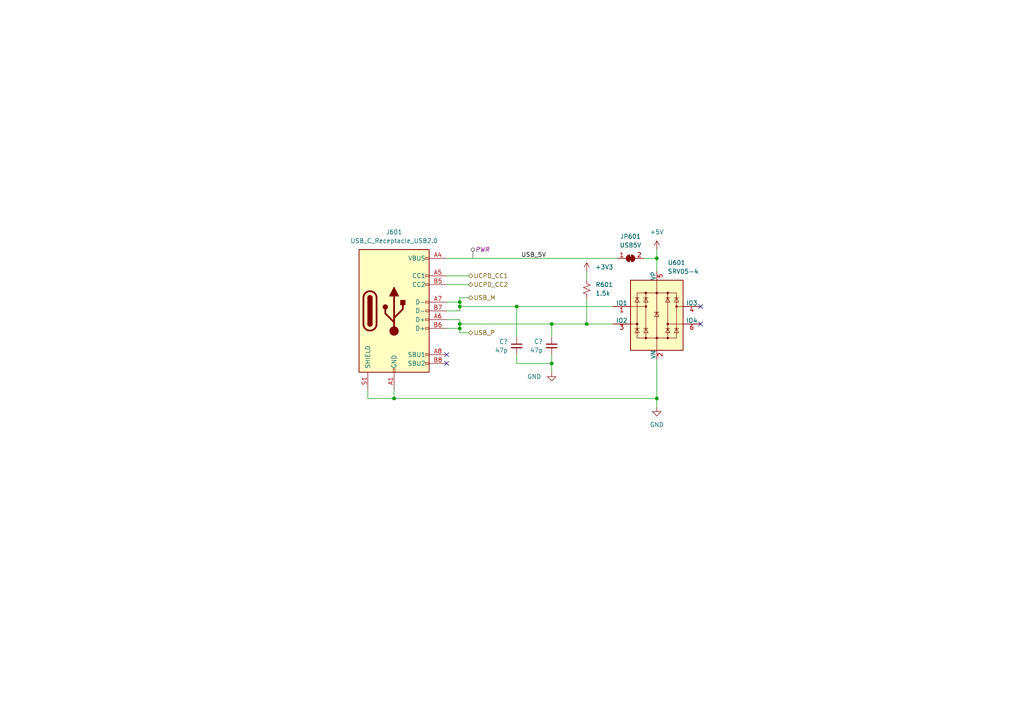
<source format=kicad_sch>
(kicad_sch (version 20230121) (generator eeschema)
  (paper "A4")
  (title_block (title "USB & ESD") (date "2023-06-17") (rev "1.0") (company "matei repair lab"))
  (lib_symbols
    (symbol "Connector:USB_C_Receptacle_USB2.0" (pin_names (offset 1.016))
      (property "Reference" "J" (at -10.16 19.05 0))
      (property "Value" "USB_C_Receptacle_USB2.0" (at 19.05 19.05 0))
      (symbol "USB_C_Receptacle_USB2.0_0_0"
        (rectangle (start -0.254 -17.78) (end 0.254 -16.764))
        (rectangle (start 10.16 -14.986) (end 9.144 -15.494))
        (rectangle (start 10.16 -12.446) (end 9.144 -12.954))
        (rectangle (start 10.16 -4.826) (end 9.144 -5.334))
        (rectangle (start 10.16 -2.286) (end 9.144 -2.794))
        (rectangle (start 10.16 0.254) (end 9.144 -0.254))
        (rectangle (start 10.16 2.794) (end 9.144 2.286))
        (rectangle (start 10.16 7.874) (end 9.144 7.366))
        (rectangle (start 10.16 10.414) (end 9.144 9.906))
        (rectangle (start 10.16 15.494) (end 9.144 14.986))
      )
      (symbol "USB_C_Receptacle_USB2.0_0_1"
        (rectangle (start -10.16 17.78) (end 10.16 -17.78) (stroke (width 0.254)) (fill (type background)))
        (arc (start -8.89 -3.81) (mid -6.985 -5.7067) (end -5.08 -3.81) (stroke (width 0.508)))
        (arc (start -7.62 -3.81) (mid -6.985 -4.4423) (end -6.35 -3.81) (stroke (width 0.254)))
        (arc (start -7.62 -3.81) (mid -6.985 -4.4423) (end -6.35 -3.81) (stroke (width 0.254)) (fill (type outline)))
        (rectangle (start -7.62 -3.81) (end -6.35 3.81) (stroke (width 0.254)) (fill (type outline)))
        (arc (start -6.35 3.81) (mid -6.985 4.4423) (end -7.62 3.81) (stroke (width 0.254)))
        (arc (start -6.35 3.81) (mid -6.985 4.4423) (end -7.62 3.81) (stroke (width 0.254)) (fill (type outline)))
        (arc (start -5.08 3.81) (mid -6.985 5.7067) (end -8.89 3.81) (stroke (width 0.508)))
        (circle (center -2.54 1.143) (radius 0.635) (stroke (width 0.254)) (fill (type outline)))
        (circle (center 0 -5.842) (radius 1.27) (fill (type outline)))
        (polyline (pts (xy -8.89 -3.81) (xy -8.89 3.81)) (stroke (width 0.508)))
        (polyline (pts (xy -5.08 3.81) (xy -5.08 -3.81)) (stroke (width 0.508)))
        (polyline (pts (xy 0 -5.842) (xy 0 4.318)) (stroke (width 0.508)))
        (polyline (pts (xy 0 -3.302) (xy -2.54 -0.762) (xy -2.54 0.508)) (stroke (width 0.508)))
        (polyline (pts (xy 0 -2.032) (xy 2.54 0.508) (xy 2.54 1.778)) (stroke (width 0.508)))
        (polyline (pts (xy -1.27 4.318) (xy 0 6.858) (xy 1.27 4.318) (xy -1.27 4.318)) (stroke (width 0.254)) (fill (type outline)))
        (rectangle (start 1.905 1.778) (end 3.175 3.048) (stroke (width 0.254)) (fill (type outline)))
      )
      (symbol "USB_C_Receptacle_USB2.0_1_1"
        (pin passive line (at 0 -22.86 90) (length 5.08) (name "GND") (number "A1"))
        (pin passive line (at 0 -22.86 90) (length 5.08) hide (name "GND") (number "A12"))
        (pin passive line (at 15.24 15.24 180) (length 5.08) (name "VBUS") (number "A4"))
        (pin bidirectional line (at 15.24 10.16 180) (length 5.08) (name "CC1") (number "A5"))
        (pin bidirectional line (at 15.24 -2.54 180) (length 5.08) (name "D+") (number "A6"))
        (pin bidirectional line (at 15.24 2.54 180) (length 5.08) (name "D-") (number "A7"))
        (pin bidirectional line (at 15.24 -12.7 180) (length 5.08) (name "SBU1") (number "A8"))
        (pin passive line (at 15.24 15.24 180) (length 5.08) hide (name "VBUS") (number "A9"))
        (pin passive line (at 0 -22.86 90) (length 5.08) hide (name "GND") (number "B1"))
        (pin passive line (at 0 -22.86 90) (length 5.08) hide (name "GND") (number "B12"))
        (pin passive line (at 15.24 15.24 180) (length 5.08) hide (name "VBUS") (number "B4"))
        (pin bidirectional line (at 15.24 7.62 180) (length 5.08) (name "CC2") (number "B5"))
        (pin bidirectional line (at 15.24 -5.08 180) (length 5.08) (name "D+") (number "B6"))
        (pin bidirectional line (at 15.24 0 180) (length 5.08) (name "D-") (number "B7"))
        (pin bidirectional line (at 15.24 -15.24 180) (length 5.08) (name "SBU2") (number "B8"))
        (pin passive line (at 15.24 15.24 180) (length 5.08) hide (name "VBUS") (number "B9"))
        (pin passive line (at -7.62 -22.86 90) (length 5.08) (name "SHIELD") (number "S1"))
      )
    )
    (symbol "Device:C_Small" (pin_numbers hide) (pin_names (offset 0.254) hide)
      (property "Reference" "C" (at 0.254 1.778 0))
      (property "Value" "C_Small" (at 0.254 -2.032 0))
      (symbol "C_Small_0_1"
        (polyline (pts (xy -1.524 -0.508) (xy 1.524 -0.508)) (stroke (width 0.3302)))
        (polyline (pts (xy -1.524 0.508) (xy 1.524 0.508)) (stroke (width 0.3048)))
      )
      (symbol "C_Small_1_1"
        (pin passive line (at 0 2.54 270) (length 2.032) (name "~") (number "1"))
        (pin passive line (at 0 -2.54 90) (length 2.032) (name "~") (number "2"))
      )
    )
    (symbol "Device:R_Small_US" (pin_numbers hide) (pin_names (offset 0.254) hide)
      (property "Reference" "R" (at 0.762 0.508 0))
      (property "Value" "R_Small_US" (at 0.762 -1.016 0))
      (symbol "R_Small_US_1_1"
        (polyline (pts (xy 0 0) (xy 1.016 -0.381) (xy 0 -0.762) (xy -1.016 -1.143) (xy 0 -1.524)))
        (polyline (pts (xy 0 1.524) (xy 1.016 1.143) (xy 0 0.762) (xy -1.016 0.381) (xy 0 0)))
        (pin passive line (at 0 2.54 270) (length 1.016) (name "~") (number "1"))
        (pin passive line (at 0 -2.54 90) (length 1.016) (name "~") (number "2"))
      )
    )
    (symbol "Jumper:SolderJumper_2_Bridged" (pin_names (offset 0) hide)
      (property "Reference" "JP" (at 0 2.032 0))
      (property "Value" "SolderJumper_2_Bridged" (at 0 -2.54 0))
      (symbol "SolderJumper_2_Bridged_0_1"
        (rectangle (start -0.508 0.508) (end 0.508 -0.508) (fill (type outline)))
        (arc (start -0.254 1.016) (mid -1.2656 0) (end -0.254 -1.016))
        (arc (start -0.254 1.016) (mid -1.2656 0) (end -0.254 -1.016) (fill (type outline)))
        (polyline (pts (xy -0.254 1.016) (xy -0.254 -1.016)))
        (polyline (pts (xy 0.254 1.016) (xy 0.254 -1.016)))
        (arc (start 0.254 -1.016) (mid 1.2656 0) (end 0.254 1.016))
        (arc (start 0.254 -1.016) (mid 1.2656 0) (end 0.254 1.016) (fill (type outline)))
      )
      (symbol "SolderJumper_2_Bridged_1_1"
        (pin passive line (at -3.81 0 0) (length 2.54) (name "A") (number "1"))
        (pin passive line (at 3.81 0 180) (length 2.54) (name "B") (number "2"))
      )
    )
    (symbol "Power_Protection:SRV05-4" (pin_names (offset 0))
      (property "Reference" "U" (at -5.08 11.43 0))
      (property "Value" "SRV05-4" (at 2.54 11.43 0))
      (symbol "SRV05-4_0_0"
        (rectangle (start -5.715 6.477) (end 5.715 -6.604))
        (polyline (pts (xy -3.175 -6.604) (xy -3.175 6.477)))
        (polyline (pts (xy 3.175 6.477) (xy 3.175 -6.604)))
      )
      (symbol "SRV05-4_0_1"
        (rectangle (start -7.62 10.16) (end 7.62 -10.16) (stroke (width 0.254)) (fill (type background)))
        (circle (center -5.715 -2.54) (radius 0.2794) (fill (type outline)))
        (circle (center -3.175 -6.604) (radius 0.2794) (fill (type outline)))
        (circle (center -3.175 2.54) (radius 0.2794) (fill (type outline)))
        (circle (center -3.175 6.477) (radius 0.2794) (fill (type outline)))
        (circle (center 0 -6.604) (radius 0.2794) (fill (type outline)))
        (polyline (pts (xy -7.747 2.54) (xy -3.175 2.54)))
        (polyline (pts (xy -7.62 -2.54) (xy -5.715 -2.54)))
        (polyline (pts (xy -5.08 -3.81) (xy -6.35 -3.81)))
        (polyline (pts (xy -5.08 5.08) (xy -6.35 5.08)))
        (polyline (pts (xy -2.54 -3.81) (xy -3.81 -3.81)))
        (polyline (pts (xy -2.54 5.08) (xy -3.81 5.08)))
        (polyline (pts (xy 0 10.16) (xy 0 -10.16)))
        (polyline (pts (xy 3.81 -3.81) (xy 2.54 -3.81)))
        (polyline (pts (xy 3.81 5.08) (xy 2.54 5.08)))
        (polyline (pts (xy 6.35 -3.81) (xy 5.08 -3.81)))
        (polyline (pts (xy 6.35 5.08) (xy 5.08 5.08)))
        (polyline (pts (xy 7.62 -2.54) (xy 3.175 -2.54)))
        (polyline (pts (xy 7.62 2.54) (xy 5.715 2.54)))
        (polyline (pts (xy 0.635 0.889) (xy -0.635 0.889) (xy -0.635 0.635)))
        (polyline (pts (xy -5.08 -5.08) (xy -6.35 -5.08) (xy -5.715 -3.81) (xy -5.08 -5.08)))
        (polyline (pts (xy -5.08 3.81) (xy -6.35 3.81) (xy -5.715 5.08) (xy -5.08 3.81)))
        (polyline (pts (xy -2.54 -5.08) (xy -3.81 -5.08) (xy -3.175 -3.81) (xy -2.54 -5.08)))
        (polyline (pts (xy -2.54 3.81) (xy -3.81 3.81) (xy -3.175 5.08) (xy -2.54 3.81)))
        (polyline (pts (xy 0.635 -0.381) (xy -0.635 -0.381) (xy 0 0.889) (xy 0.635 -0.381)))
        (polyline (pts (xy 3.81 -5.08) (xy 2.54 -5.08) (xy 3.175 -3.81) (xy 3.81 -5.08)))
        (polyline (pts (xy 3.81 3.81) (xy 2.54 3.81) (xy 3.175 5.08) (xy 3.81 3.81)))
        (polyline (pts (xy 6.35 -5.08) (xy 5.08 -5.08) (xy 5.715 -3.81) (xy 6.35 -5.08)))
        (polyline (pts (xy 6.35 3.81) (xy 5.08 3.81) (xy 5.715 5.08) (xy 6.35 3.81)))
        (circle (center 0 6.477) (radius 0.2794) (fill (type outline)))
        (circle (center 3.175 -6.604) (radius 0.2794) (fill (type outline)))
        (circle (center 3.175 -2.54) (radius 0.2794) (fill (type outline)))
        (circle (center 3.175 6.477) (radius 0.2794) (fill (type outline)))
        (circle (center 5.715 2.54) (radius 0.2794) (fill (type outline)))
      )
      (symbol "SRV05-4_1_1"
        (pin passive line (at -12.7 2.54 0) (length 5.08) (name "IO1") (number "1"))
        (pin passive line (at 0 -12.7 90) (length 2.54) (name "VN") (number "2"))
        (pin passive line (at -12.7 -2.54 0) (length 5.08) (name "IO2") (number "3"))
        (pin passive line (at 12.7 2.54 180) (length 5.08) (name "IO3") (number "4"))
        (pin passive line (at 0 12.7 270) (length 2.54) (name "VP") (number "5"))
        (pin passive line (at 12.7 -2.54 180) (length 5.08) (name "IO4") (number "6"))
      )
    )
    (symbol "power:+3V3" (power) (pin_names (offset 0))
      (property "Value" "+3V3" (at 0 3.556 0))
      (symbol "+3V3_0_1"
        (polyline (pts (xy -0.762 1.27) (xy 0 2.54)))
        (polyline (pts (xy 0 0) (xy 0 2.54)))
        (polyline (pts (xy 0 2.54) (xy 0.762 1.27)))
      )
      (symbol "+3V3_1_1"
        (pin power_in line (at 0 0 90) (length 0) hide (name "+3V3") (number "1"))
      )
    )
    (symbol "power:+5V" (power) (pin_names (offset 0))
      (property "Value" "+5V" (at 0 3.556 0))
      (symbol "+5V_0_1"
        (polyline (pts (xy -0.762 1.27) (xy 0 2.54)))
        (polyline (pts (xy 0 0) (xy 0 2.54)))
        (polyline (pts (xy 0 2.54) (xy 0.762 1.27)))
      )
      (symbol "+5V_1_1"
        (pin power_in line (at 0 0 90) (length 0) hide (name "+5V") (number "1"))
      )
    )
    (symbol "power:GND" (power) (pin_names (offset 0))
      (property "Value" "GND" (at 0 -3.81 0))
      (symbol "GND_0_1"
        (polyline (pts (xy 0 0) (xy 0 -1.27) (xy 1.27 -1.27) (xy 0 -2.54) (xy -1.27 -1.27) (xy 0 -1.27)))
      )
      (symbol "GND_1_1"
        (pin power_in line (at 0 0 270) (length 0) hide (name "GND") (number "1"))
      )
    )
  )
  (junction (at 170.18 93.98))
  (junction (at 190.5 74.93))
  (junction (at 149.86 88.9))
  (junction (at 160.02 93.98))
  (junction (at 133.35 88.9))
  (junction (at 190.5 115.57))
  (junction (at 133.35 87.63))
  (junction (at 133.35 95.25))
  (junction (at 160.02 105.41))
  (junction (at 114.3 115.57))
  (junction (at 133.35 93.98))
  (no_connect (at 203.2 93.98))
  (no_connect (at 129.54 105.41))
  (no_connect (at 203.2 88.9))
  (no_connect (at 129.54 102.87))
  (wire (pts (xy 170.18 86.36) (xy 170.18 93.98)))
  (wire (pts (xy 190.5 115.57) (xy 190.5 104.14)))
  (wire (pts (xy 129.54 87.63) (xy 133.35 87.63)))
  (wire (pts (xy 133.35 92.71) (xy 133.35 93.98)))
  (wire (pts (xy 106.68 115.57) (xy 114.3 115.57)))
  (wire (pts (xy 135.89 96.52) (xy 133.35 96.52)))
  (wire (pts (xy 149.86 105.41) (xy 160.02 105.41)))
  (wire (pts (xy 149.86 88.9) (xy 149.86 97.79)))
  (wire (pts (xy 133.35 93.98) (xy 133.35 95.25)))
  (wire (pts (xy 190.5 74.93) (xy 190.5 78.74)))
  (wire (pts (xy 190.5 115.57) (xy 190.5 118.11)))
  (wire (pts (xy 149.86 102.87) (xy 149.86 105.41)))
  (wire (pts (xy 129.54 80.01) (xy 135.89 80.01)))
  (wire (pts (xy 160.02 102.87) (xy 160.02 105.41)))
  (wire (pts (xy 133.35 86.36) (xy 133.35 87.63)))
  (wire (pts (xy 106.68 113.03) (xy 106.68 115.57)))
  (wire (pts (xy 114.3 113.03) (xy 114.3 115.57)))
  (wire (pts (xy 160.02 105.41) (xy 160.02 107.95)))
  (wire (pts (xy 160.02 93.98) (xy 160.02 97.79)))
  (wire (pts (xy 133.35 90.17) (xy 129.54 90.17)))
  (wire (pts (xy 133.35 93.98) (xy 160.02 93.98)))
  (wire (pts (xy 190.5 74.93) (xy 190.5 72.39)))
  (wire (pts (xy 170.18 93.98) (xy 177.8 93.98)))
  (wire (pts (xy 129.54 92.71) (xy 133.35 92.71)))
  (wire (pts (xy 133.35 96.52) (xy 133.35 95.25)))
  (wire (pts (xy 160.02 93.98) (xy 170.18 93.98)))
  (wire (pts (xy 129.54 82.55) (xy 135.89 82.55)))
  (wire (pts (xy 133.35 95.25) (xy 129.54 95.25)))
  (wire (pts (xy 135.89 86.36) (xy 133.35 86.36)))
  (wire (pts (xy 114.3 115.57) (xy 190.5 115.57)))
  (wire (pts (xy 149.86 88.9) (xy 177.8 88.9)))
  (wire (pts (xy 129.54 74.93) (xy 179.07 74.93)))
  (wire (pts (xy 186.69 74.93) (xy 190.5 74.93)))
  (wire (pts (xy 133.35 87.63) (xy 133.35 88.9)))
  (wire (pts (xy 133.35 88.9) (xy 133.35 90.17)))
  (wire (pts (xy 133.35 88.9) (xy 149.86 88.9)))
  (wire (pts (xy 170.18 78.74) (xy 170.18 81.28)))
  (label "USB_5V" (at 151.13 74.93 0))
  (hierarchical_label "USB_M" (shape bidirectional) (at 135.89 86.36 0))
  (hierarchical_label "UCPD_CC2" (shape bidirectional) (at 135.89 82.55 0))
  (hierarchical_label "USB_P" (shape bidirectional) (at 135.89 96.52 0))
  (hierarchical_label "UCPD_CC1" (shape bidirectional) (at 135.89 80.01 0))
  (netclass_flag "" (length 2.54) (shape round) (at 137.16 74.93 0) (property "Netclass" "PWR" (at 137.8585 72.39 0) (effects (font italic) (justify left))))
  (symbol (lib_id "Jumper:SolderJumper_2_Bridged") (at 182.88 74.93 0) (unit 1)
    (property "Reference" "JP601" (at 182.88 68.58 0))
    (property "Value" "USB5V" (at 182.88 71.12 0))
    (property "Footprint" "Jumper:SolderJumper-2_P1.3mm_Bridged_RoundedPad1.0x1.5mm" (effects hide))
  )
  (symbol (lib_id "Power_Protection:SRV05-4") (at 190.5 91.44 0) (unit 1)
    (property "Reference" "U601" (at 193.6497 76.2 0) (effects (justify left)))
    (property "Value" "SRV05-4" (at 193.6497 78.74 0) (effects (justify left)))
    (property "Footprint" "Package_TO_SOT_SMD:SOT-23-6" (effects hide))
    (property "Datasheet" "http://www.onsemi.com/pub/Collateral/SRV05-4-D.PDF" (effects hide))
  )
  (symbol (lib_id "Connector:USB_C_Receptacle_USB2.0") (at 114.3 90.17 0) (unit 1)
    (property "Reference" "J601" (at 114.3 67.31 0))
    (property "Value" "USB_C_Receptacle_USB2.0" (at 114.3 69.85 0))
    (property "Footprint" "Connector_USB:USB_C_Receptacle_HRO_TYPE-C-31-M-12" (effects hide))
    (property "Datasheet" "https://www.usb.org/sites/default/files/documents/usb_type-c.zip" (effects hide))
  )
  (symbol (lib_id "power:+5V") (at 190.5 72.39 0) (unit 1)
    (property "Reference" "#PWR0603" (effects hide))
    (property "Value" "+5V" (at 190.5 67.31 0))
  )
  (symbol (lib_id "Device:C_Small") (at 160.02 100.33 0) (unit 1)
    (property "Reference" "C?" (at 157.48 99.0663 0) (effects (justify right)))
    (property "Value" "47p" (at 157.48 101.6063 0) (effects (justify right)))
    (property "Footprint" "Capacitor_SMD:C_0402_1005Metric" (effects hide))
    (instances (project "stm32g431-mt6701-stspin233" (path "" (reference "C?") (unit 1)) (path "" (reference "C602") (unit 1))))
  )
  (symbol (lib_id "power:GND") (at 160.02 107.95 0) (mirror y) (unit 1)
    (property "Reference" "#PWR?" (effects hide))
    (property "Value" "GND" (at 154.94 109.22 0))
    (instances (project "stm32g431-mt6701-stspin233" (path "" (reference "#PWR?") (unit 1)) (path "" (reference "#PWR0215") (unit 1)) (path "" (reference "#PWR0602") (unit 1))))
  )
  (symbol (lib_id "power:+3V3") (at 170.18 78.74 0) (unit 1)
    (property "Reference" "#PWR0601" (effects hide))
    (property "Value" "+3V3" (at 175.26 77.47 0))
    (instances (project "stm32g431-mt6701-stspin233" (path "" (reference "#PWR0601") (unit 1)) (path "" (reference "#PWR?") (unit 1))))
  )
  (symbol (lib_id "Device:C_Small") (at 149.86 100.33 0) (unit 1)
    (property "Reference" "C?" (at 147.32 99.0663 0) (effects (justify right)))
    (property "Value" "47p" (at 147.32 101.6063 0) (effects (justify right)))
    (property "Footprint" "Capacitor_SMD:C_0402_1005Metric" (effects hide))
    (instances (project "stm32g431-mt6701-stspin233" (path "" (reference "C?") (unit 1)) (path "" (reference "C601") (unit 1))))
  )
  (symbol (lib_id "Device:R_Small_US") (at 170.18 83.82 0) (unit 1)
    (property "Reference" "R601" (at 172.72 82.55 0) (effects (justify left)))
    (property "Value" "1.5k" (at 172.72 85.09 0) (effects (justify left)))
    (property "Footprint" "Resistor_SMD:R_0402_1005Metric" (effects hide))
    (instances (project "stm32g431-mt6701-stspin233" (path "" (reference "R601") (unit 1)) (path "" (reference "R?") (unit 1))))
  )
  (symbol (lib_id "power:GND") (at 190.5 118.11 0) (unit 1)
    (property "Reference" "#PWR0604" (effects hide))
    (property "Value" "GND" (at 190.5 123.19 0))
  )
)
</source>
